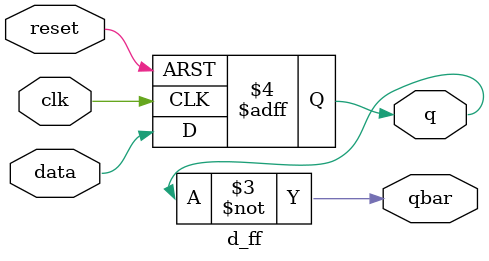
<source format=v>
`timescale 1ns / 1ps

module d_ff( input data, clk, reset, output reg q, output qbar);

always@(posedge clk or negedge reset)
begin
if(!reset) 
q <= 1'b0;
else
q <= data;
end

assign qbar = ~q;

endmodule

</source>
